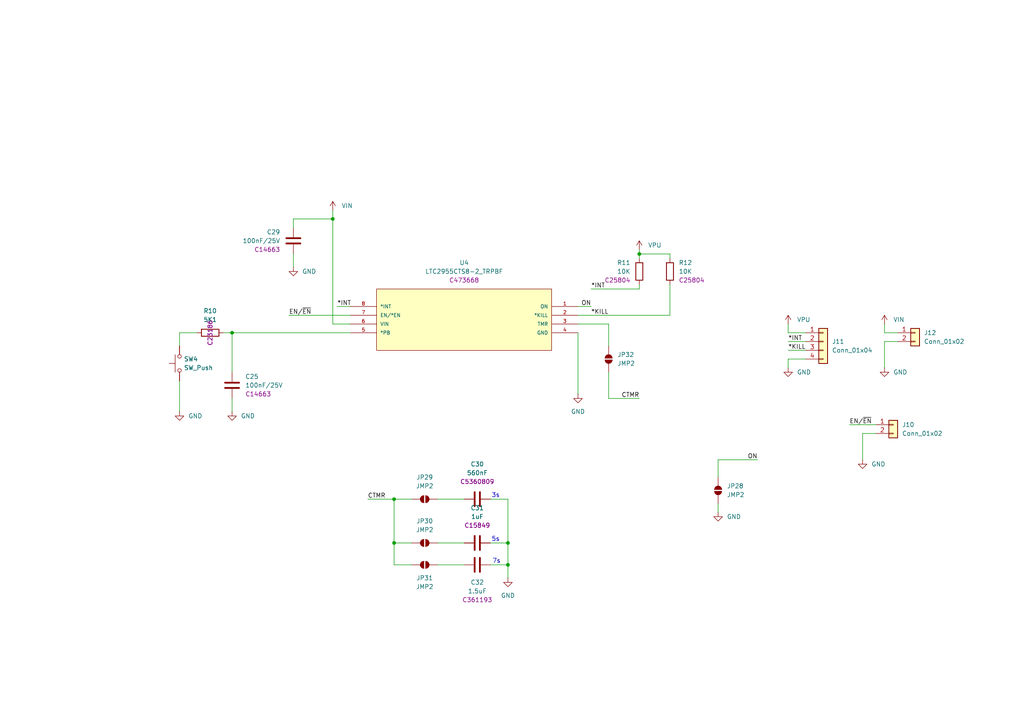
<source format=kicad_sch>
(kicad_sch (version 20250114) (generator "eeschema") (generator_version "9.0")
  (paper "A4")
  (lib_symbols
    (symbol "Connector_Generic:Conn_01x02" (pin_names (offset 1.016) (hide yes))
      (property "Reference" "J" (at 0 2.54 0))
      (property "Value" "Conn_01x02" (at 0 -5.08 0))
      (symbol "Conn_01x02_1_1"
        (rectangle (start -1.27 1.27) (end 1.27 -3.81) (stroke (width 0.254)) (fill (type background)))
        (rectangle (start -1.27 0.127) (end 0 -0.127) (stroke (width 0.1524)))
        (rectangle (start -1.27 -2.413) (end 0 -2.667) (stroke (width 0.1524)))
        (pin passive line (at -5.08 0 0) (length 3.81) (name "Pin_1") (number "1"))
        (pin passive line (at -5.08 -2.54 0) (length 3.81) (name "Pin_2") (number "2"))
      )
    )
    (symbol "Connector_Generic:Conn_01x04" (pin_names (offset 1.016) (hide yes))
      (property "Reference" "J" (at 0 5.08 0))
      (property "Value" "Conn_01x04" (at 0 -7.62 0))
      (symbol "Conn_01x04_1_1"
        (rectangle (start -1.27 3.81) (end 1.27 -6.35) (stroke (width 0.254)) (fill (type background)))
        (rectangle (start -1.27 2.667) (end 0 2.413) (stroke (width 0.1524)))
        (rectangle (start -1.27 0.127) (end 0 -0.127) (stroke (width 0.1524)))
        (rectangle (start -1.27 -2.413) (end 0 -2.667) (stroke (width 0.1524)))
        (rectangle (start -1.27 -4.953) (end 0 -5.207) (stroke (width 0.1524)))
        (pin passive line (at -5.08 2.54 0) (length 3.81) (name "Pin_1") (number "1"))
        (pin passive line (at -5.08 0 0) (length 3.81) (name "Pin_2") (number "2"))
        (pin passive line (at -5.08 -2.54 0) (length 3.81) (name "Pin_3") (number "3"))
        (pin passive line (at -5.08 -5.08 0) (length 3.81) (name "Pin_4") (number "4"))
      )
    )
    (symbol "Device:C" (pin_numbers (hide yes)) (pin_names (offset 0.254))
      (property "Reference" "C" (at 0.635 2.54 0))
      (property "Value" "C" (at 0.635 -2.54 0))
      (symbol "C_0_1"
        (polyline (pts (xy -2.032 0.762) (xy 2.032 0.762)) (stroke (width 0.508)))
        (polyline (pts (xy -2.032 -0.762) (xy 2.032 -0.762)) (stroke (width 0.508)))
      )
      (symbol "C_1_1"
        (pin passive line (at 0 3.81 270) (length 2.794) (name "~") (number "1"))
        (pin passive line (at 0 -3.81 90) (length 2.794) (name "~") (number "2"))
      )
    )
    (symbol "Device:R" (pin_numbers (hide yes)) (pin_names (offset 0))
      (property "Reference" "R" (at 2.032 0 90))
      (property "Value" "R" (at 0 0 90))
      (symbol "R_0_1"
        (rectangle (start -1.016 -2.54) (end 1.016 2.54) (stroke (width 0.254)))
      )
      (symbol "R_1_1"
        (pin passive line (at 0 3.81 270) (length 1.27) (name "~") (number "1"))
        (pin passive line (at 0 -3.81 90) (length 1.27) (name "~") (number "2"))
      )
    )
    (symbol "Jumper:SolderJumper_2_Open" (pin_numbers (hide yes)) (pin_names (offset 0) (hide yes)) (in_bom no)
      (property "Reference" "JP" (at 0 2.032 0))
      (property "Value" "SolderJumper_2_Open" (at 0 -2.54 0))
      (symbol "SolderJumper_2_Open_0_1"
        (polyline (pts (xy -0.254 1.016) (xy -0.254 -1.016)))
        (arc (start -0.254 -1.016) (mid -1.2656 0) (end -0.254 1.016))
        (arc (start -0.254 -1.016) (mid -1.2656 0) (end -0.254 1.016) (fill (type outline)))
        (arc (start 0.254 1.016) (mid 1.2656 0) (end 0.254 -1.016))
        (arc (start 0.254 1.016) (mid 1.2656 0) (end 0.254 -1.016) (fill (type outline)))
        (polyline (pts (xy 0.254 1.016) (xy 0.254 -1.016)))
      )
      (symbol "SolderJumper_2_Open_1_1"
        (pin passive line (at -3.81 0 0) (length 2.54) (name "A") (number "1"))
        (pin passive line (at 3.81 0 180) (length 2.54) (name "B") (number "2"))
      )
    )
    (symbol "LTC2955CTS8-2_TRPBF:LTC2955CTS8-2_TRPBF" (pin_names (offset 1.016))
      (property "Reference" "U" (at 28.2956 9.1186 0))
      (property "Value" "LTC2955CTS8-2_TRPBF" (at 27.6606 6.5786 0))
      (symbol "LTC2955CTS8-2_TRPBF_0_0"
        (rectangle (start 7.62 -12.7) (end 58.42 5.08) (stroke (width 0.1524)) (fill (type background)))
        (pin input line (at 0 0 0) (length 7.62) (name "ON") (number "1"))
        (pin input line (at 0 -2.54 0) (length 7.62) (name "*KILL") (number "2"))
        (pin passive line (at 0 -5.08 0) (length 7.62) (name "TMR") (number "3"))
        (pin power_in line (at 0 -7.62 0) (length 7.62) (name "GND") (number "4"))
        (pin output line (at 66.04 0 180) (length 7.62) (name "*INT") (number "8"))
        (pin output line (at 66.04 -2.54 180) (length 7.62) (name "EN/*EN") (number "7"))
        (pin input line (at 66.04 -5.08 180) (length 7.62) (name "VIN") (number "6"))
        (pin input line (at 66.04 -7.62 180) (length 7.62) (name "*PB") (number "5"))
      )
    )
    (symbol "Switch:SW_Push" (pin_numbers (hide yes)) (pin_names (offset 1.016) (hide yes))
      (property "Reference" "SW" (at 1.27 2.54 0))
      (property "Value" "SW_Push" (at 0 -1.524 0))
      (symbol "SW_Push_0_1"
        (circle (center -2.032 0) (radius 0.508))
        (polyline (pts (xy 0 1.27) (xy 0 3.048)))
        (circle (center 2.032 0) (radius 0.508))
        (polyline (pts (xy 2.54 1.27) (xy -2.54 1.27)))
        (pin passive line (at -5.08 0 0) (length 2.54) (name "1") (number "1"))
        (pin passive line (at 5.08 0 180) (length 2.54) (name "2") (number "2"))
      )
    )
    (symbol "power:GND" (power) (pin_numbers (hide yes)) (pin_names (offset 0) (hide yes))
      (property "Value" "GND" (at 0 -3.81 0))
      (symbol "GND_0_1"
        (polyline (pts (xy 0 0) (xy 0 -1.27) (xy 1.27 -1.27) (xy 0 -2.54) (xy -1.27 -1.27) (xy 0 -1.27)))
      )
      (symbol "GND_1_1"
        (pin power_in line (at 0 0 270) (length 0) (name "~") (number "1"))
      )
    )
    (symbol "power:VAA" (power) (pin_numbers (hide yes)) (pin_names (offset 0) (hide yes))
      (property "Value" "VAA" (at 0 3.556 0))
      (symbol "VAA_0_1"
        (polyline (pts (xy -0.762 1.27) (xy 0 2.54)))
        (polyline (pts (xy 0 2.54) (xy 0.762 1.27)))
        (polyline (pts (xy 0 0) (xy 0 2.54)))
      )
      (symbol "VAA_1_1"
        (pin power_in line (at 0 0 90) (length 0) (name "~") (number "1"))
      )
    )
  )
  (text "7s" (at 144.018 162.814 0) (effects (font (size 1.27 1.27))))
  (text "3s" (at 143.764 143.764 0) (effects (font (size 1.27 1.27))))
  (text "5s" (at 143.764 156.464 0) (effects (font (size 1.27 1.27))))
  (junction (at 147.32 157.48))
  (junction (at 67.31 96.52))
  (junction (at 147.32 163.83))
  (junction (at 114.3 144.78))
  (junction (at 185.42 73.66))
  (junction (at 96.52 63.5))
  (junction (at 114.3 157.48))
  (wire (pts (xy 185.42 83.82) (xy 185.42 82.55)))
  (wire (pts (xy 233.68 104.14) (xy 228.6 104.14)))
  (wire (pts (xy 96.52 60.96) (xy 96.52 63.5)))
  (wire (pts (xy 127 157.48) (xy 134.62 157.48)))
  (wire (pts (xy 228.6 104.14) (xy 228.6 106.68)))
  (wire (pts (xy 114.3 157.48) (xy 119.38 157.48)))
  (wire (pts (xy 96.52 63.5) (xy 96.52 93.98)))
  (wire (pts (xy 256.54 96.52) (xy 260.35 96.52)))
  (wire (pts (xy 96.52 93.98) (xy 101.6 93.98)))
  (wire (pts (xy 114.3 144.78) (xy 119.38 144.78)))
  (wire (pts (xy 250.19 133.35) (xy 250.19 125.73)))
  (wire (pts (xy 208.28 133.35) (xy 219.71 133.35)))
  (wire (pts (xy 176.53 115.57) (xy 185.42 115.57)))
  (wire (pts (xy 256.54 99.06) (xy 260.35 99.06)))
  (wire (pts (xy 246.38 123.19) (xy 254 123.19)))
  (wire (pts (xy 228.6 93.98) (xy 228.6 96.52)))
  (wire (pts (xy 147.32 157.48) (xy 147.32 163.83)))
  (wire (pts (xy 67.31 107.95) (xy 67.31 96.52)))
  (wire (pts (xy 256.54 106.68) (xy 256.54 99.06)))
  (wire (pts (xy 114.3 163.83) (xy 114.3 157.48)))
  (wire (pts (xy 52.07 96.52) (xy 57.15 96.52)))
  (wire (pts (xy 208.28 148.59) (xy 208.28 146.05)))
  (wire (pts (xy 250.19 125.73) (xy 254 125.73)))
  (wire (pts (xy 185.42 72.39) (xy 185.42 73.66)))
  (wire (pts (xy 185.42 73.66) (xy 194.31 73.66)))
  (wire (pts (xy 127 144.78) (xy 134.62 144.78)))
  (wire (pts (xy 228.6 101.6) (xy 233.68 101.6)))
  (wire (pts (xy 228.6 96.52) (xy 233.68 96.52)))
  (wire (pts (xy 176.53 100.33) (xy 176.53 93.98)))
  (wire (pts (xy 83.82 91.44) (xy 101.6 91.44)))
  (wire (pts (xy 106.68 144.78) (xy 114.3 144.78)))
  (wire (pts (xy 97.79 88.9) (xy 101.6 88.9)))
  (wire (pts (xy 67.31 119.38) (xy 67.31 115.57)))
  (wire (pts (xy 114.3 144.78) (xy 114.3 157.48)))
  (wire (pts (xy 85.09 63.5) (xy 96.52 63.5)))
  (wire (pts (xy 176.53 93.98) (xy 167.64 93.98)))
  (wire (pts (xy 85.09 66.04) (xy 85.09 63.5)))
  (wire (pts (xy 85.09 73.66) (xy 85.09 77.47)))
  (wire (pts (xy 167.64 88.9) (xy 171.45 88.9)))
  (wire (pts (xy 52.07 100.33) (xy 52.07 96.52)))
  (wire (pts (xy 67.31 96.52) (xy 101.6 96.52)))
  (wire (pts (xy 208.28 138.43) (xy 208.28 133.35)))
  (wire (pts (xy 147.32 163.83) (xy 147.32 167.64)))
  (wire (pts (xy 142.24 163.83) (xy 147.32 163.83)))
  (wire (pts (xy 142.24 157.48) (xy 147.32 157.48)))
  (wire (pts (xy 228.6 99.06) (xy 233.68 99.06)))
  (wire (pts (xy 194.31 74.93) (xy 194.31 73.66)))
  (wire (pts (xy 167.64 96.52) (xy 167.64 114.3)))
  (wire (pts (xy 64.77 96.52) (xy 67.31 96.52)))
  (wire (pts (xy 167.64 91.44) (xy 194.31 91.44)))
  (wire (pts (xy 185.42 73.66) (xy 185.42 74.93)))
  (wire (pts (xy 52.07 119.38) (xy 52.07 110.49)))
  (wire (pts (xy 176.53 115.57) (xy 176.53 107.95)))
  (wire (pts (xy 194.31 82.55) (xy 194.31 91.44)))
  (wire (pts (xy 114.3 163.83) (xy 119.38 163.83)))
  (wire (pts (xy 147.32 144.78) (xy 147.32 157.48)))
  (wire (pts (xy 171.45 83.82) (xy 185.42 83.82)))
  (wire (pts (xy 142.24 144.78) (xy 147.32 144.78)))
  (wire (pts (xy 127 163.83) (xy 134.62 163.83)))
  (wire (pts (xy 256.54 93.98) (xy 256.54 96.52)))
  (label "ON" (at 219.71 133.35 180))
  (label "*INT" (at 228.6 99.06 0))
  (label "*KILL" (at 228.6 101.6 0))
  (label "*INT" (at 171.45 83.82 0))
  (label "*KILL" (at 176.53 91.44 180))
  (label "ON" (at 171.45 88.9 180))
  (label "EN/~{EN}" (at 246.38 123.19 0))
  (label "EN/~{EN}" (at 83.82 91.44 0))
  (label "CTMR" (at 185.42 115.57 180))
  (label "*INT" (at 97.79 88.9 0))
  (label "CTMR" (at 106.68 144.78 0))
  (symbol (lib_id "LTC2955CTS8-2_TRPBF:LTC2955CTS8-2_TRPBF") (at 167.64 88.9 0) (mirror y) (unit 1)
    (property "Reference" "U4" (at 134.62 76.2 0))
    (property "Value" "LTC2955CTS8-2_TRPBF" (at 134.62 78.74 0))
    (property "Footprint" "LTC2955CTS8-2:LTC2955CTS8-2_" (effects (hide yes)))
    (property "MF" "Analog Devices" (effects (hide yes)))
    (property "VENDOR" "Linear Technology" (effects (hide yes)))
    (property "Description_1" "Pushbutton On/Off Controller with Automatic Turn-On" (effects (hide yes)))
    (property "Package" "SOT-8 Analog Devices" (effects (hide yes)))
    (property "Price" "None" (effects (hide yes)))
    (property "Check_prices" "https://www.snapeda.com/parts/LTC2955CTS8-2%23TRPBF/Analog+Devices/view-part/?ref=eda" (effects (hide yes)))
    (property "SnapEDA_Link" "https://www.snapeda.com/parts/LTC2955CTS8-2%23TRPBF/Analog+Devices/view-part/?ref=snap" (effects (hide yes)))
    (property "MP" "LTC2955CTS8-2#TRPBF" (effects (hide yes)))
    (property "Availability" "In Stock" (effects (hide yes)))
    (property "MANUFACTURER_PART_NUMBER" "ltc2955cts82#pbf" (effects (hide yes)))
    (property "JLCPCB Part #" "C473668" (at 134.62 81.28 0))
  )
  (symbol (lib_id "Device:C") (at 138.43 144.78 90) (unit 1)
    (property "Reference" "C30" (at 138.43 134.62 90))
    (property "Value" "560nF" (at 138.43 137.16 90))
    (property "Footprint" "Capacitor_SMD:C_0603_1608Metric" (effects (hide yes)))
    (property "Description" "Unpolarized capacitor" (effects (hide yes)))
    (property "JLCPCB Part #" "C5360809" (at 138.43 139.7 90))
  )
  (symbol (lib_id "power:GND") (at 250.19 133.35 0) (unit 1)
    (property "Reference" "#PWR049" (effects (hide yes)))
    (property "Value" "GND" (at 252.73 134.6199 0) (effects (justify left)))
    (property "Description" "Power symbol creates a global label with name \"GND\" , ground" (effects (hide yes)))
  )
  (symbol (lib_id "power:VAA") (at 228.6 93.98 0) (unit 1)
    (property "Reference" "#PWR050" (effects (hide yes)))
    (property "Value" "VPU" (at 231.14 92.7099 0) (effects (justify left)))
    (property "Description" "Power symbol creates a global label with name \"VAA\"" (effects (hide yes)))
  )
  (symbol (lib_id "power:VAA") (at 256.54 93.98 0) (unit 1)
    (property "Reference" "#PWR052" (effects (hide yes)))
    (property "Value" "VIN" (at 259.08 92.7099 0) (effects (justify left)))
    (property "Description" "Power symbol creates a global label with name \"VAA\"" (effects (hide yes)))
  )
  (symbol (lib_id "Jumper:SolderJumper_2_Open") (at 123.19 157.48 180) (unit 1) (in_bom no)
    (property "Reference" "JP30" (at 123.19 151.13 0))
    (property "Value" "JMP2" (at 123.19 153.67 0))
    (property "Footprint" "Jumper:SolderJumper-2_P1.3mm_Open_RoundedPad1.0x1.5mm" (effects (hide yes)))
    (property "Description" "Solder Jumper, 2-pole, open" (effects (hide yes)))
  )
  (symbol (lib_id "Device:C") (at 67.31 111.76 0) (unit 1)
    (property "Reference" "C25" (at 71.12 109.2199 0) (effects (justify left)))
    (property "Value" "100nF/25V" (at 71.12 111.7599 0) (effects (justify left)))
    (property "Footprint" "Capacitor_SMD:C_0603_1608Metric" (effects (hide yes)))
    (property "Description" "Unpolarized capacitor" (effects (hide yes)))
    (property "JLCPCB Part #" "C14663" (at 71.12 114.2999 0) (effects (justify left)))
  )
  (symbol (lib_id "Device:C") (at 85.09 69.85 0) (unit 1)
    (property "Reference" "C29" (at 81.28 67.3099 0) (effects (justify right)))
    (property "Value" "100nF/25V" (at 81.28 69.8499 0) (effects (justify right)))
    (property "Footprint" "Capacitor_SMD:C_0603_1608Metric" (effects (hide yes)))
    (property "Description" "Unpolarized capacitor" (effects (hide yes)))
    (property "JLCPCB Part #" "C14663" (at 81.28 72.3899 0) (effects (justify right)))
  )
  (symbol (lib_id "Device:R") (at 194.31 78.74 180) (unit 1)
    (property "Reference" "R12" (at 196.85 76.1999 0) (effects (justify right)))
    (property "Value" "10K" (at 196.85 78.7399 0) (effects (justify right)))
    (property "Footprint" "Resistor_SMD:R_0603_1608Metric" (effects (hide yes)))
    (property "Description" "Resistor" (effects (hide yes)))
    (property "JLCPCB Part #" "C25804" (at 196.85 81.2799 0) (effects (justify right)))
  )
  (symbol (lib_id "Connector_Generic:Conn_01x02") (at 259.08 123.19 0) (unit 1)
    (property "Reference" "J10" (at 261.62 123.1899 0) (effects (justify left)))
    (property "Value" "Conn_01x02" (at 261.62 125.7299 0) (effects (justify left)))
    (property "Footprint" "Connector_PinHeader_2.54mm:PinHeader_1x02_P2.54mm_Vertical" (effects (hide yes)))
    (property "Description" "Generic connector, single row, 01x02, script generated (kicad-library-utils/schlib/autogen/connector/)" (effects (hide yes)))
  )
  (symbol (lib_id "Jumper:SolderJumper_2_Open") (at 176.53 104.14 90) (unit 1) (in_bom no)
    (property "Reference" "JP32" (at 179.07 102.8699 90) (effects (justify right)))
    (property "Value" "JMP2" (at 179.07 105.4099 90) (effects (justify right)))
    (property "Footprint" "Jumper:SolderJumper-2_P1.3mm_Open_RoundedPad1.0x1.5mm" (effects (hide yes)))
    (property "Description" "Solder Jumper, 2-pole, open" (effects (hide yes)))
  )
  (symbol (lib_id "power:GND") (at 67.31 119.38 0) (unit 1)
    (property "Reference" "#PWR026" (effects (hide yes)))
    (property "Value" "GND" (at 69.85 120.6499 0) (effects (justify left)))
    (property "Description" "Power symbol creates a global label with name \"GND\" , ground" (effects (hide yes)))
  )
  (symbol (lib_id "power:GND") (at 208.28 148.59 0) (unit 1)
    (property "Reference" "#PWR033" (effects (hide yes)))
    (property "Value" "GND" (at 210.82 149.8599 0) (effects (justify left)))
    (property "Description" "Power symbol creates a global label with name \"GND\" , ground" (effects (hide yes)))
  )
  (symbol (lib_id "power:GND") (at 256.54 106.68 0) (unit 1)
    (property "Reference" "#PWR053" (effects (hide yes)))
    (property "Value" "GND" (at 259.08 107.9499 0) (effects (justify left)))
    (property "Description" "Power symbol creates a global label with name \"GND\" , ground" (effects (hide yes)))
  )
  (symbol (lib_id "Jumper:SolderJumper_2_Open") (at 123.19 163.83 180) (unit 1) (in_bom no)
    (property "Reference" "JP31" (at 123.19 167.64 0))
    (property "Value" "JMP2" (at 123.19 170.18 0))
    (property "Footprint" "Jumper:SolderJumper-2_P1.3mm_Open_RoundedPad1.0x1.5mm" (effects (hide yes)))
    (property "Description" "Solder Jumper, 2-pole, open" (effects (hide yes)))
  )
  (symbol (lib_id "Device:C") (at 138.43 163.83 90) (unit 1)
    (property "Reference" "C32" (at 138.43 168.91 90))
    (property "Value" "1.5uF" (at 138.43 171.45 90))
    (property "Footprint" "Capacitor_SMD:C_0603_1608Metric" (effects (hide yes)))
    (property "Description" "Unpolarized capacitor" (effects (hide yes)))
    (property "JLCPCB Part #" "C361193" (at 138.43 173.99 90))
  )
  (symbol (lib_id "power:GND") (at 228.6 106.68 0) (unit 1)
    (property "Reference" "#PWR051" (effects (hide yes)))
    (property "Value" "GND" (at 231.14 107.9499 0) (effects (justify left)))
    (property "Description" "Power symbol creates a global label with name \"GND\" , ground" (effects (hide yes)))
  )
  (symbol (lib_id "Jumper:SolderJumper_2_Open") (at 208.28 142.24 90) (unit 1) (in_bom no)
    (property "Reference" "JP28" (at 210.82 140.9699 90) (effects (justify right)))
    (property "Value" "JMP2" (at 210.82 143.5099 90) (effects (justify right)))
    (property "Footprint" "Jumper:SolderJumper-2_P1.3mm_Open_RoundedPad1.0x1.5mm" (effects (hide yes)))
    (property "Description" "Solder Jumper, 2-pole, open" (effects (hide yes)))
  )
  (symbol (lib_id "power:VAA") (at 185.42 72.39 0) (unit 1)
    (property "Reference" "#PWR032" (effects (hide yes)))
    (property "Value" "VPU" (at 187.96 71.1199 0) (effects (justify left)))
    (property "Description" "Power symbol creates a global label with name \"VAA\"" (effects (hide yes)))
  )
  (symbol (lib_id "Device:R") (at 185.42 78.74 180) (unit 1)
    (property "Reference" "R11" (at 182.88 76.1999 0) (effects (justify left)))
    (property "Value" "10K" (at 182.88 78.7399 0) (effects (justify left)))
    (property "Footprint" "Resistor_SMD:R_0603_1608Metric" (effects (hide yes)))
    (property "Description" "Resistor" (effects (hide yes)))
    (property "JLCPCB Part #" "C25804" (at 182.88 81.2799 0) (effects (justify left)))
  )
  (symbol (lib_id "Device:R") (at 60.96 96.52 90) (unit 1)
    (property "Reference" "R10" (at 60.96 90.17 90))
    (property "Value" "5K1" (at 60.96 92.71 90))
    (property "Footprint" "Resistor_SMD:R_0603_1608Metric" (effects (hide yes)))
    (property "Description" "Resistor" (effects (hide yes)))
    (property "JLCPCB Part #" "C23186" (at 60.96 96.52 0))
  )
  (symbol (lib_id "power:VAA") (at 96.52 60.96 0) (unit 1)
    (property "Reference" "#PWR029" (effects (hide yes)))
    (property "Value" "VIN" (at 99.06 59.6899 0) (effects (justify left)))
    (property "Description" "Power symbol creates a global label with name \"VAA\"" (effects (hide yes)))
  )
  (symbol (lib_id "Connector_Generic:Conn_01x04") (at 238.76 99.06 0) (unit 1)
    (property "Reference" "J11" (at 241.3 99.0599 0) (effects (justify left)))
    (property "Value" "Conn_01x04" (at 241.3 101.5999 0) (effects (justify left)))
    (property "Footprint" "Connector_PinHeader_2.54mm:PinHeader_1x04_P2.54mm_Vertical" (effects (hide yes)))
    (property "Description" "Generic connector, single row, 01x04, script generated (kicad-library-utils/schlib/autogen/connector/)" (effects (hide yes)))
  )
  (symbol (lib_id "Jumper:SolderJumper_2_Open") (at 123.19 144.78 180) (unit 1) (in_bom no)
    (property "Reference" "JP29" (at 123.19 138.43 0))
    (property "Value" "JMP2" (at 123.19 140.97 0))
    (property "Footprint" "Jumper:SolderJumper-2_P1.3mm_Open_RoundedPad1.0x1.5mm" (effects (hide yes)))
    (property "Description" "Solder Jumper, 2-pole, open" (effects (hide yes)))
  )
  (symbol (lib_id "power:GND") (at 85.09 77.47 0) (unit 1)
    (property "Reference" "#PWR028" (effects (hide yes)))
    (property "Value" "GND" (at 87.63 78.7399 0) (effects (justify left)))
    (property "Description" "Power symbol creates a global label with name \"GND\" , ground" (effects (hide yes)))
  )
  (symbol (lib_id "power:GND") (at 147.32 167.64 0) (unit 1)
    (property "Reference" "#PWR031" (effects (hide yes)))
    (property "Value" "GND" (at 147.32 172.72 0))
    (property "Description" "Power symbol creates a global label with name \"GND\" , ground" (effects (hide yes)))
  )
  (symbol (lib_id "power:GND") (at 52.07 119.38 0) (unit 1)
    (property "Reference" "#PWR023" (effects (hide yes)))
    (property "Value" "GND" (at 54.61 120.6499 0) (effects (justify left)))
    (property "Description" "Power symbol creates a global label with name \"GND\" , ground" (effects (hide yes)))
  )
  (symbol (lib_id "Connector_Generic:Conn_01x02") (at 265.43 96.52 0) (unit 1)
    (property "Reference" "J12" (at 267.97 96.5199 0) (effects (justify left)))
    (property "Value" "Conn_01x02" (at 267.97 99.0599 0) (effects (justify left)))
    (property "Footprint" "Connector_PinHeader_2.54mm:PinHeader_1x02_P2.54mm_Vertical" (effects (hide yes)))
    (property "Description" "Generic connector, single row, 01x02, script generated (kicad-library-utils/schlib/autogen/connector/)" (effects (hide yes)))
  )
  (symbol (lib_id "Switch:SW_Push") (at 52.07 105.41 90) (unit 1)
    (property "Reference" "SW4" (at 53.34 104.1399 90) (effects (justify right)))
    (property "Value" "SW_Push" (at 53.34 106.6799 90) (effects (justify right)))
    (property "Footprint" "Button_Switch_THT:SW_PUSH_6mm" (effects (hide yes)))
    (property "Description" "Push button switch, generic, two pins" (effects (hide yes)))
  )
  (symbol (lib_id "power:GND") (at 167.64 114.3 0) (unit 1)
    (property "Reference" "#PWR030" (effects (hide yes)))
    (property "Value" "GND" (at 167.64 119.38 0))
    (property "Description" "Power symbol creates a global label with name \"GND\" , ground" (effects (hide yes)))
  )
  (symbol (lib_id "Device:C") (at 138.43 157.48 90) (unit 1)
    (property "Reference" "C31" (at 138.43 147.32 90))
    (property "Value" "1uF" (at 138.43 149.86 90))
    (property "Footprint" "Capacitor_SMD:C_0603_1608Metric" (effects (hide yes)))
    (property "Description" "Unpolarized capacitor" (effects (hide yes)))
    (property "JLCPCB Part #" "C15849" (at 138.43 152.4 90))
  )
)
</source>
